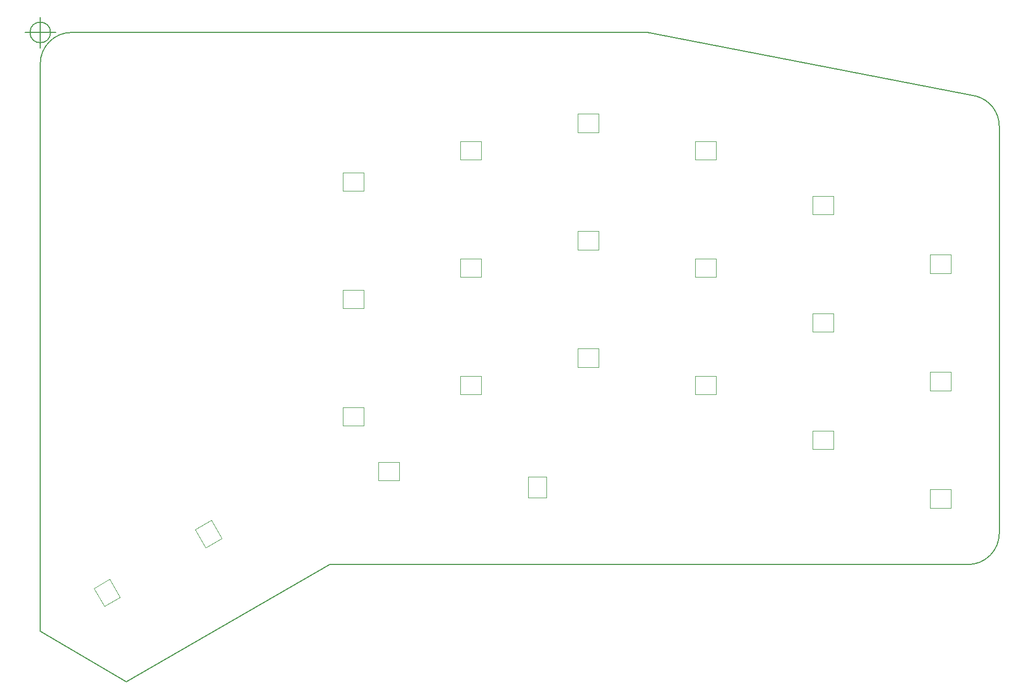
<source format=gm1>
%TF.GenerationSoftware,KiCad,Pcbnew,(6.0.5-0)*%
%TF.CreationDate,2022-10-31T01:20:08+09:00*%
%TF.ProjectId,silverbullet44,73696c76-6572-4627-956c-6c657434342e,rev?*%
%TF.SameCoordinates,Original*%
%TF.FileFunction,Profile,NP*%
%FSLAX46Y46*%
G04 Gerber Fmt 4.6, Leading zero omitted, Abs format (unit mm)*
G04 Created by KiCad (PCBNEW (6.0.5-0)) date 2022-10-31 01:20:08*
%MOMM*%
%LPD*%
G01*
G04 APERTURE LIST*
%TA.AperFunction,Profile*%
%ADD10C,0.150000*%
%TD*%
%TA.AperFunction,Profile*%
%ADD11C,0.120000*%
%TD*%
G04 APERTURE END LIST*
D10*
X53317500Y-136398000D02*
X39347500Y-128143000D01*
X44427500Y-30988000D02*
G75*
G03*
X39347500Y-36068000I0J-5080000D01*
G01*
X39347500Y-128143000D02*
X39347500Y-36068000D01*
X44427500Y-30988000D02*
X137772500Y-30988000D01*
X189842500Y-117348000D02*
G75*
G03*
X194922500Y-112268000I0J5080000D01*
G01*
X194922500Y-46228000D02*
X194922500Y-112268000D01*
X189842500Y-117348000D02*
X86337500Y-117348000D01*
X86337500Y-117348000D02*
X53317500Y-136398000D01*
X137772500Y-30988000D02*
X191083599Y-41301939D01*
X194922500Y-46228000D02*
G75*
G03*
X191083599Y-41301939I-5080000J0D01*
G01*
X41014166Y-30988000D02*
G75*
G03*
X41014166Y-30988000I-1666666J0D01*
G01*
X36847500Y-30988000D02*
X41847500Y-30988000D01*
X39347500Y-28488000D02*
X39347500Y-33488000D01*
D11*
X52314038Y-122642243D02*
X50614038Y-119697757D01*
X50614038Y-119697757D02*
X48015962Y-121197757D01*
X49715962Y-124142243D02*
X52314038Y-122642243D01*
X48015962Y-121197757D02*
X49715962Y-124142243D01*
X129970000Y-66270000D02*
X129970000Y-63270000D01*
X126570000Y-66270000D02*
X129970000Y-66270000D01*
X126570000Y-63270000D02*
X126570000Y-66270000D01*
X129970000Y-63270000D02*
X126570000Y-63270000D01*
X64503462Y-111672757D02*
X66203462Y-114617243D01*
X67101538Y-110172757D02*
X64503462Y-111672757D01*
X66203462Y-114617243D02*
X68801538Y-113117243D01*
X68801538Y-113117243D02*
X67101538Y-110172757D01*
X129947500Y-47220000D02*
X129947500Y-44220000D01*
X126547500Y-44220000D02*
X126547500Y-47220000D01*
X126547500Y-47220000D02*
X129947500Y-47220000D01*
X129947500Y-44220000D02*
X126547500Y-44220000D01*
X94185000Y-100735000D02*
X94185000Y-103735000D01*
X97585000Y-103735000D02*
X97585000Y-100735000D01*
X94185000Y-103735000D02*
X97585000Y-103735000D01*
X97585000Y-100735000D02*
X94185000Y-100735000D01*
X145620000Y-48665000D02*
X145620000Y-51665000D01*
X145620000Y-51665000D02*
X149020000Y-51665000D01*
X149020000Y-48665000D02*
X145620000Y-48665000D01*
X149020000Y-51665000D02*
X149020000Y-48665000D01*
X91870000Y-91845000D02*
X88470000Y-91845000D01*
X88470000Y-94845000D02*
X91870000Y-94845000D01*
X88470000Y-91845000D02*
X88470000Y-94845000D01*
X91870000Y-94845000D02*
X91870000Y-91845000D01*
X149020000Y-70715000D02*
X149020000Y-67715000D01*
X149020000Y-67715000D02*
X145620000Y-67715000D01*
X145620000Y-67715000D02*
X145620000Y-70715000D01*
X145620000Y-70715000D02*
X149020000Y-70715000D01*
X88470000Y-75795000D02*
X91870000Y-75795000D01*
X88470000Y-72795000D02*
X88470000Y-75795000D01*
X91870000Y-75795000D02*
X91870000Y-72795000D01*
X91870000Y-72795000D02*
X88470000Y-72795000D01*
X148997500Y-89765000D02*
X148997500Y-86765000D01*
X145597500Y-86765000D02*
X145597500Y-89765000D01*
X145597500Y-89765000D02*
X148997500Y-89765000D01*
X148997500Y-86765000D02*
X145597500Y-86765000D01*
X88470000Y-53745000D02*
X88470000Y-56745000D01*
X91870000Y-56745000D02*
X91870000Y-53745000D01*
X88470000Y-56745000D02*
X91870000Y-56745000D01*
X91870000Y-53745000D02*
X88470000Y-53745000D01*
X168070000Y-95655000D02*
X164670000Y-95655000D01*
X164670000Y-98655000D02*
X168070000Y-98655000D01*
X164670000Y-95655000D02*
X164670000Y-98655000D01*
X168070000Y-98655000D02*
X168070000Y-95655000D01*
X107520000Y-51665000D02*
X110920000Y-51665000D01*
X110920000Y-51665000D02*
X110920000Y-48665000D01*
X110920000Y-48665000D02*
X107520000Y-48665000D01*
X107520000Y-48665000D02*
X107520000Y-51665000D01*
X168047500Y-79605000D02*
X168047500Y-76605000D01*
X164647500Y-79605000D02*
X168047500Y-79605000D01*
X168047500Y-76605000D02*
X164647500Y-76605000D01*
X164647500Y-76605000D02*
X164647500Y-79605000D01*
X110920000Y-70715000D02*
X110920000Y-67715000D01*
X110920000Y-67715000D02*
X107520000Y-67715000D01*
X107520000Y-67715000D02*
X107520000Y-70715000D01*
X107520000Y-70715000D02*
X110920000Y-70715000D01*
X164647500Y-60555000D02*
X168047500Y-60555000D01*
X168047500Y-60555000D02*
X168047500Y-57555000D01*
X164647500Y-57555000D02*
X164647500Y-60555000D01*
X168047500Y-57555000D02*
X164647500Y-57555000D01*
X107520000Y-86765000D02*
X107520000Y-89765000D01*
X107520000Y-89765000D02*
X110920000Y-89765000D01*
X110920000Y-89765000D02*
X110920000Y-86765000D01*
X110920000Y-86765000D02*
X107520000Y-86765000D01*
X183720000Y-67080000D02*
X183720000Y-70080000D01*
X183720000Y-70080000D02*
X187120000Y-70080000D01*
X187120000Y-70080000D02*
X187120000Y-67080000D01*
X187120000Y-67080000D02*
X183720000Y-67080000D01*
X121492500Y-103075000D02*
X118492500Y-103075000D01*
X121492500Y-106475000D02*
X121492500Y-103075000D01*
X118492500Y-103075000D02*
X118492500Y-106475000D01*
X118492500Y-106475000D02*
X121492500Y-106475000D01*
X183697500Y-89130000D02*
X187097500Y-89130000D01*
X187097500Y-86130000D02*
X183697500Y-86130000D01*
X187097500Y-89130000D02*
X187097500Y-86130000D01*
X183697500Y-86130000D02*
X183697500Y-89130000D01*
X126547500Y-85320000D02*
X129947500Y-85320000D01*
X129947500Y-82320000D02*
X126547500Y-82320000D01*
X126547500Y-82320000D02*
X126547500Y-85320000D01*
X129947500Y-85320000D02*
X129947500Y-82320000D01*
X187120000Y-105180000D02*
X183720000Y-105180000D01*
X187120000Y-108180000D02*
X187120000Y-105180000D01*
X183720000Y-105180000D02*
X183720000Y-108180000D01*
X183720000Y-108180000D02*
X187120000Y-108180000D01*
M02*

</source>
